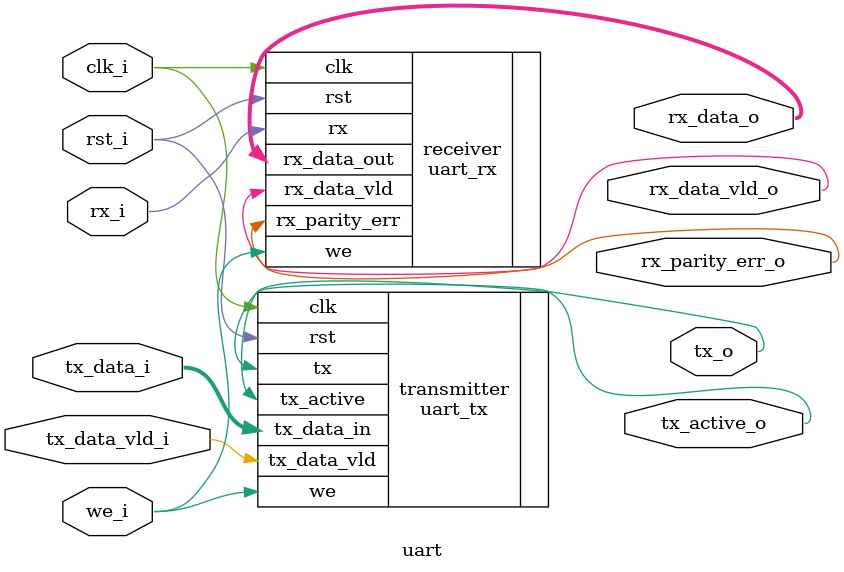
<source format=sv>
module uart #(
	// Parameters
	parameter clk_freq = 50000000,             
	parameter baud_rate = 19200,               
	parameter data_bits = 8,                   
	parameter parity_type = 0,                 
	parameter stop_bits = 1                    
)(
	// Inputs
	input                  rx_i,
	input [data_bits-1:0]  tx_data_i,
	input                  tx_data_vld_i,
	input                  rst_i,
	input                  clk_i,
	input				   we_i,

	// Outputs
	output                 rx_data_vld_o,
	output [data_bits-1:0] rx_data_o,
	output                 rx_parity_err_o,
	output                 tx_o,
	output                 tx_active_o
);

	// Receiver
	uart_rx #(
		.clk_freq(clk_freq),
		.baud_rate(baud_rate))
	receiver(
		.clk(clk_i),
		.rst(rst_i),
		.we(we_i),
		.rx(rx_i),
		.rx_data_out(rx_data_o),
		.rx_data_vld(rx_data_vld_o),
		.rx_parity_err(rx_parity_err_o)
	);

	// Transmitter
	uart_tx #(
		.clk_freq(clk_freq),
		.baud_rate(baud_rate))
	transmitter(
		.clk(clk_i),
		.rst(rst_i),
		.we(we_i),
		.tx_data_vld(tx_data_vld_i),
		.tx_data_in(tx_data_i),
		.tx(tx_o),
		.tx_active(tx_active_o)
	);

endmodule


</source>
